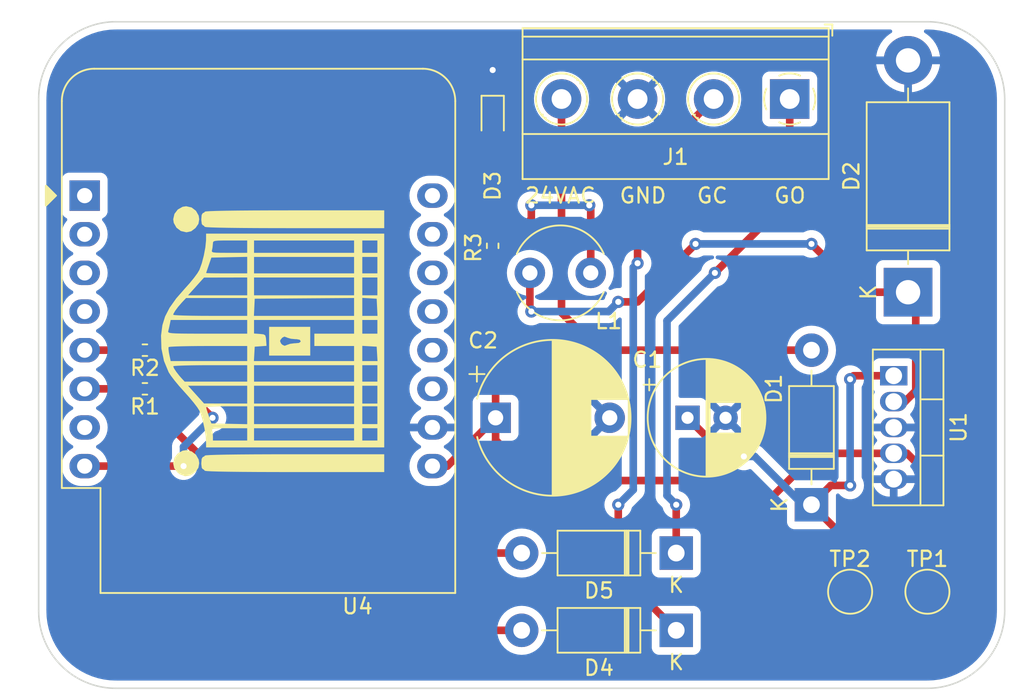
<source format=kicad_pcb>
(kicad_pcb (version 20211014) (generator pcbnew)
  (layers (0 "F.Cu" signal) (31 "B.Cu" signal) (34 "B.Paste" user) (35 "F.Paste" user) (36 "B.SilkS" user "B.Silkscreen") (37 "F.SilkS" user "F.Silkscreen") (38 "B.Mask" user) (39 "F.Mask" user) (44 "Edge.Cuts" user))
  (net 0 "")
  (net 1 "24v")
  (net 2 "GND")
  (net 3 "5v")
  (net 4 "AC")
  (net 5 "Net-(D2-Pad1)")
  (net 6 "Net-(D3-Pad2)")
  (net 7 "GO 5v")
  (net 8 "GC 5v")
  (net 9 "GC 3.3v")
  (net 10 "3.3v")
  (net 11 "GO 3.3v")
  (footprint "Inductor_THT:L_Radial_D6.0mm_P4.00mm" (layer "F.Cu") (at 107.22 72.39)
    (fp_text reference "L1" (at 5.175 3.175) (layer "F.SilkS"))
    (fp_text value "100uH")
    (pad "1" thru_hole circle (at 0 0) (size 2 2) (drill 1) (layers *.Cu *.Mask) (net 5 "Net-(D2-Pad1)"))
    (pad "2" thru_hole circle (at 4 0) (size 2 2) (drill 1) (layers *.Cu *.Mask) (net 3 "5v"))
  )
  (footprint "Capacitor_THT:CP_Radial_D10.0mm_P7.50mm" (layer "F.Cu") (at 104.967323 81.915)
    (fp_text reference "C2" (at -0.827323 -5.08) (layer "F.SilkS"))
    (fp_text value "1000uf")
    (pad "1" thru_hole rect (at 0 0) (size 2 2) (drill 1) (layers *.Cu *.Mask) (net 3 "5v"))
    (pad "2" thru_hole circle (at 7.5 0) (size 2 2) (drill 1) (layers *.Cu *.Mask) (net 2 "GND"))
  )
  (footprint "TerminalBlock_Phoenix:TerminalBlock_Phoenix_MKDS-1,5-4_1x04_P5.00mm_Horizontal" (layer "F.Cu") (at 124.3 60.96 180)
    (fp_text reference "J1" (at 7.5005 -3.81) (layer "F.SilkS"))
    (fp_text value "Screw_Terminal_01x04")
    (pad "1" thru_hole rect (at 0 0 180) (size 2.6 2.6) (drill 1.3) (layers *.Cu *.Mask) (net 7 "GO 5v"))
    (pad "2" thru_hole circle (at 5 0 180) (size 2.6 2.6) (drill 1.3) (layers *.Cu *.Mask) (net 8 "GC 5v"))
    (pad "3" thru_hole circle (at 10 0 180) (size 2.6 2.6) (drill 1.3) (layers *.Cu *.Mask) (net 2 "GND"))
    (pad "4" thru_hole circle (at 15 0 180) (size 2.6 2.6) (drill 1.3) (layers *.Cu *.Mask) (net 4 "AC"))
  )
  (footprint "TestPoint:TestPoint_Pad_D2.5mm" (layer "F.Cu") (at 128.27 93.345)
    (fp_text reference "TP2" (at 0 -2.148) (layer "F.SilkS"))
    (fp_text value "TestPoint")
    (pad "1" smd circle (at 0 0) (size 2.5 2.5) (layers "F.Cu" "F.Mask") (net 1 "24v"))
  )
  (footprint "Diode_THT:D_DO-41_SOD81_P10.16mm_Horizontal" (layer "F.Cu") (at 116.84 95.885 180)
    (fp_text reference "D4" (at 5.08 -2.47) (layer "F.SilkS"))
    (fp_text value "1N4007")
    (fp_text user "K" (at 0 -2.1) (layer "F.SilkS"))
    (pad "1" thru_hole rect (at 0 0 180) (size 2.2 2.2) (drill 1.1) (layers *.Cu *.Mask) (net 8 "GC 5v"))
    (pad "2" thru_hole oval (at 10.16 0 180) (size 2.2 2.2) (drill 1.1) (layers *.Cu *.Mask) (net 9 "GC 3.3v"))
  )
  (footprint "Diode_THT:D_DO-201AD_P15.24mm_Horizontal" (layer "F.Cu") (at 132.08 73.66 90)
    (fp_text reference "D2" (at 7.62 -3.72 90) (layer "F.SilkS"))
    (fp_text value "1N5822")
    (fp_text user "K" (at 0 -2.6 90) (layer "F.SilkS"))
    (pad "1" thru_hole rect (at 0 0 90) (size 3.2 3.2) (drill 1.6) (layers *.Cu *.Mask) (net 5 "Net-(D2-Pad1)"))
    (pad "2" thru_hole oval (at 15.24 0 90) (size 3.2 3.2) (drill 1.6) (layers *.Cu *.Mask) (net 2 "GND"))
  )
  (footprint "Diode_THT:D_DO-41_SOD81_P10.16mm_Horizontal" (layer "F.Cu") (at 116.84 90.805 180)
    (fp_text reference "D5" (at 5.08 -2.47) (layer "F.SilkS"))
    (fp_text value "1N4007")
    (fp_text user "K" (at 0 -2.1) (layer "F.SilkS"))
    (pad "1" thru_hole rect (at 0 0 180) (size 2.2 2.2) (drill 1.1) (layers *.Cu *.Mask) (net 7 "GO 5v"))
    (pad "2" thru_hole oval (at 10.16 0 180) (size 2.2 2.2) (drill 1.1) (layers *.Cu *.Mask) (net 11 "GO 3.3v"))
  )
  (footprint "Package_TO_SOT_THT:TO-220-5_Vertical" (layer "F.Cu") (at 131.135 79.15 -90)
    (fp_text reference "U1" (at 3.4 -4.27 90) (layer "F.SilkS"))
    (fp_text value "LM2576T-5")
    (pad "1" thru_hole rect (at 0 0 270) (size 1.275 1.8) (drill 1.1) (layers *.Cu *.Mask) (net 1 "24v"))
    (pad "2" thru_hole oval (at 1.7 0 270) (size 1.275 1.8) (drill 1.1) (layers *.Cu *.Mask) (net 5 "Net-(D2-Pad1)"))
    (pad "3" thru_hole oval (at 3.4 0 270) (size 1.275 1.8) (drill 1.1) (layers *.Cu *.Mask) (net 2 "GND"))
    (pad "4" thru_hole oval (at 5.1 0 270) (size 1.275 1.8) (drill 1.1) (layers *.Cu *.Mask) (net 3 "5v"))
    (pad "5" thru_hole oval (at 6.8 0 270) (size 1.275 1.8) (drill 1.1) (layers *.Cu *.Mask) (net 2 "GND"))
  )
  (footprint "Resistor_SMD:R_0402_1005Metric" (layer "F.Cu") (at 104.775 70.61 90)
    (fp_text reference "R3" (at -0.125 -1.27 90) (layer "F.SilkS"))
    (fp_text value "120 ohm")
    (pad "1" smd roundrect (at -0.51 0 90) (size 0.54 0.64) (layers "F.Cu" "F.Paste" "F.Mask") (net 3 "5v"))
    (pad "2" smd roundrect (at 0.51 0 90) (size 0.54 0.64) (layers "F.Cu" "F.Paste" "F.Mask") (net 6 "Net-(D3-Pad2)"))
  )
  (footprint "Resistor_SMD:R_0402_1005Metric" (layer "F.Cu") (at 81.915 77.47 180)
    (fp_text reference "R2" (at 0 -1.17) (layer "F.SilkS"))
    (fp_text value "1k")
    (pad "1" smd roundrect (at -0.51 0 180) (size 0.54 0.64) (layers "F.Cu" "F.Paste" "F.Mask") (net 10 "3.3v"))
    (pad "2" smd roundrect (at 0.51 0 180) (size 0.54 0.64) (layers "F.Cu" "F.Paste" "F.Mask") (net 11 "GO 3.3v"))
  )
  (footprint "Capacitor_THT:CP_Radial_D7.5mm_P2.50mm" (layer "F.Cu") (at 117.583606 81.915)
    (fp_text reference "C1" (at -2.648606 -3.81) (layer "F.SilkS"))
    (fp_text value "220uF")
    (pad "1" thru_hole rect (at 0 0) (size 1.6 1.6) (drill 0.8) (layers *.Cu *.Mask) (net 1 "24v"))
    (pad "2" thru_hole circle (at 2.5 0) (size 1.6 1.6) (drill 0.8) (layers *.Cu *.Mask) (net 2 "GND"))
  )
  (footprint "Diode_THT:D_DO-41_SOD81_P10.16mm_Horizontal" (layer "F.Cu") (at 125.73 87.63 90)
    (fp_text reference "D1" (at 7.62 -2.47 90) (layer "F.SilkS"))
    (fp_text value "1N4007")
    (fp_text user "K" (at 0 -2.1 90) (layer "F.SilkS"))
    (pad "1" thru_hole rect (at 0 0 90) (size 2.2 2.2) (drill 1.1) (layers *.Cu *.Mask) (net 1 "24v"))
    (pad "2" thru_hole oval (at 10.16 0 90) (size 2.2 2.2) (drill 1.1) (layers *.Cu *.Mask) (net 4 "AC"))
  )
  (footprint "LOGO" (layer "F.Cu") (at 90.17 76.835 90)
    (fp_text reference "G***")
    (fp_text value "LOGO" hide)
  )
  (footprint "Resistor_SMD:R_0402_1005Metric" (layer "F.Cu") (at 81.915 80.01 180)
    (fp_text reference "R1" (at 0 -1.17) (layer "F.SilkS"))
    (fp_text value "1k")
    (pad "1" smd roundrect (at -0.51 0 180) (size 0.54 0.64) (layers "F.Cu" "F.Paste" "F.Mask") (net 10 "3.3v"))
    (pad "2" smd roundrect (at 0.51 0 180) (size 0.54 0.64) (layers "F.Cu" "F.Paste" "F.Mask") (net 9 "GC 3.3v"))
  )
  (footprint "Module:WEMOS_D1_mini_light" (layer "F.Cu") (at 77.955 67.31)
    (fp_text reference "U4" (at 17.93 27) (layer "F.SilkS"))
    (fp_text value "WeMos_D1_mini")
    (pad "1" thru_hole rect (at 0 0) (size 2 2) (drill 1) (layers *.Cu *.Mask))
    (pad "2" thru_hole oval (at 0 2.54) (size 2 1.6) (drill 1) (layers *.Cu *.Mask))
    (pad "3" thru_hole oval (at 0 5.08) (size 2 1.6) (drill 1) (layers *.Cu *.Mask))
    (pad "4" thru_hole oval (at 0 7.62) (size 2 1.6) (drill 1) (layers *.Cu *.Mask))
    (pad "5" thru_hole oval (at 0 10.16) (size 2 1.6) (drill 1) (layers *.Cu *.Mask) (net 11 "GO 3.3v"))
    (pad "6" thru_hole oval (at 0 12.7) (size 2 1.6) (drill 1) (layers *.Cu *.Mask) (net 9 "GC 3.3v"))
    (pad "7" thru_hole oval (at 0 15.24) (size 2 1.6) (drill 1) (layers *.Cu *.Mask))
    (pad "8" thru_hole oval (at 0 17.78) (size 2 1.6) (drill 1) (layers *.Cu *.Mask) (net 10 "3.3v"))
    (pad "9" thru_hole oval (at 22.86 17.78) (size 2 1.6) (drill 1) (layers *.Cu *.Mask) (net 3 "5v"))
    (pad "10" thru_hole oval (at 22.86 15.24) (size 2 1.6) (drill 1) (layers *.Cu *.Mask) (net 2 "GND"))
    (pad "11" thru_hole oval (at 22.86 12.7) (size 2 1.6) (drill 1) (layers *.Cu *.Mask))
    (pad "12" thru_hole oval (at 22.86 10.16) (size 2 1.6) (drill 1) (layers *.Cu *.Mask))
    (pad "13" thru_hole oval (at 22.86 7.62) (size 2 1.6) (drill 1) (layers *.Cu *.Mask))
    (pad "14" thru_hole oval (at 22.86 5.08) (size 2 1.6) (drill 1) (layers *.Cu *.Mask))
    (pad "15" thru_hole oval (at 22.86 2.54) (size 2 1.6) (drill 1) (layers *.Cu *.Mask))
    (pad "16" thru_hole oval (at 22.86 0) (size 2 1.6) (drill 1) (layers *.Cu *.Mask))
  )
  (footprint "LED_SMD:LED_0603_1608Metric" (layer "F.Cu") (at 104.775 62.23 -90)
    (fp_text reference "D3" (at 4.445 0 90) (layer "F.SilkS"))
    (fp_text value "LED")
    (pad "1" smd roundrect (at -0.7875 0 270) (size 0.875 0.95) (layers "F.Cu" "F.Paste" "F.Mask") (net 2 "GND"))
    (pad "2" smd roundrect (at 0.7875 0 270) (size 0.875 0.95) (layers "F.Cu" "F.Paste" "F.Mask") (net 6 "Net-(D3-Pad2)"))
  )
  (footprint "TestPoint:TestPoint_Pad_D2.5mm" (layer "F.Cu") (at 133.35 93.345)
    (fp_text reference "TP1" (at 0 -2.148) (layer "F.SilkS"))
    (fp_text value "TestPoint")
    (pad "1" smd circle (at 0 0) (size 2.5 2.5) (layers "F.Cu" "F.Mask") (net 3 "5v"))
  )
  (gr_line (start 74.93 60.96) (end 74.93 94.615) (layer "Edge.Cuts") (width 0.1))
  (gr_arc (start 138.43 94.615) (mid 136.942102 98.207102) (end 133.35 99.695) (layer "Edge.Cuts") (width 0.1))
  (gr_arc (start 74.93 60.96) (mid 76.417898 57.367898) (end 80.01 55.88) (layer "Edge.Cuts") (width 0.1))
  (gr_line (start 133.35 55.88) (end 80.01 55.88) (layer "Edge.Cuts") (width 0.1))
  (gr_line (start 80.01 99.695) (end 133.35 99.695) (layer "Edge.Cuts") (width 0.1))
  (gr_arc (start 80.01 99.695) (mid 76.417898 98.207102) (end 74.93 94.615) (layer "Edge.Cuts") (width 0.1))
  (gr_line (start 138.43 94.615) (end 138.43 60.96) (layer "Edge.Cuts") (width 0.1))
  (gr_arc (start 133.35 55.88) (mid 136.942102 57.367898) (end 138.43 60.96) (layer "Edge.Cuts") (width 0.1))
  (gr_text "GC" (at 118.11 67.31) (layer "F.SilkS") (effects (font (size 1 1)) (justify left)))
  (gr_text "GO" (at 123.19 67.31) (layer "F.SilkS") (effects (font (size 1 1)) (justify left)))
  (gr_text "GND" (at 113.03 67.31) (layer "F.SilkS") (effects (font (size 1 1)) (justify left)))
  (gr_text "24VAC" (at 109.22 67.31) (layer "F.SilkS") (effects (font (size 1 1))))
  (segment (start 128.495 79.15) (end 131.135 79.15) (width 0.5) (layer "F.Cu") (net 1))
  (segment (start 120.123606 84.455) (end 121.285 84.455) (width 0.5) (layer "F.Cu") (net 1))
  (segment (start 125.73 87.63) (end 127 86.36) (width 0.5) (layer "F.Cu") (net 1))
  (segment (start 117.583606 81.915) (end 120.123606 84.455) (width 0.5) (layer "F.Cu") (net 1))
  (segment (start 128.27 93.345) (end 128.27 90.17) (width 0.5) (layer "F.Cu") (net 1))
  (segment (start 128.27 90.17) (end 125.73 87.63) (width 0.5) (layer "F.Cu") (net 1))
  (segment (start 127 86.36) (end 128.27 86.36) (width 0.5) (layer "F.Cu") (net 1))
  (segment (start 128.27 79.375) (end 128.495 79.15) (width 0.25) (layer "F.Cu") (net 1))
  (via (at 128.27 79.375) (size 0.8) (drill 0.4) (layers "F.Cu" "B.Cu") (net 1))
  (via (at 128.27 86.36) (size 0.8) (drill 0.4) (layers "F.Cu" "B.Cu") (net 1))
  (via (at 121.285 84.455) (size 0.8) (drill 0.4) (layers "F.Cu" "B.Cu") (net 1))
  (segment (start 121.992812 84.455) (end 125.167812 87.63) (width 0.5) (layer "B.Cu") (net 1))
  (segment (start 121.285 84.455) (end 121.992812 84.455) (width 0.5) (layer "B.Cu") (net 1))
  (segment (start 125.167812 87.63) (end 125.73 87.63) (width 0.5) (layer "B.Cu") (net 1))
  (segment (start 128.27 86.36) (end 128.27 79.375) (width 0.5) (layer "B.Cu") (net 1))
  (segment (start 104.775 61.4425) (end 104.775 59.055) (width 0.5) (layer "F.Cu") (net 2))
  (via (at 104.775 59.055) (size 0.8) (drill 0.4) (layers "F.Cu" "B.Cu") (net 2))
  (segment (start 101.792323 85.09) (end 104.967323 81.915) (width 0.5) (layer "F.Cu") (net 3))
  (segment (start 105.043057 71.12) (end 104.775 71.12) (width 0.5) (layer "F.Cu") (net 3))
  (segment (start 122.948301 87.309511) (end 120.053175 87.309511) (width 0.5) (layer "F.Cu") (net 3))
  (segment (start 132.01 84.25) (end 131.135 84.25) (width 0.5) (layer "F.Cu") (net 3))
  (segment (start 100.815 85.09) (end 101.792323 85.09) (width 0.5) (layer "F.Cu") (net 3))
  (segment (start 111.22 68.04) (end 111.125 67.945) (width 0.5) (layer "F.Cu") (net 3))
  (segment (start 107.629511 86.039511) (end 104.967323 83.377323) (width 0.5) (layer "F.Cu") (net 3))
  (segment (start 107.315 67.945) (end 107.315 68.848057) (width 0.5) (layer "F.Cu") (net 3))
  (segment (start 107.315 68.848057) (end 105.043057 71.12) (width 0.5) (layer "F.Cu") (net 3))
  (segment (start 133.35 93.345) (end 133.35 85.59) (width 0.5) (layer "F.Cu") (net 3))
  (segment (start 118.783175 86.039511) (end 107.629511 86.039511) (width 0.5) (layer "F.Cu") (net 3))
  (segment (start 104.967323 71.312323) (end 104.967323 81.915) (width 0.5) (layer "F.Cu") (net 3))
  (segment (start 131.135 84.25) (end 126.007812 84.25) (width 0.5) (layer "F.Cu") (net 3))
  (segment (start 104.775 71.12) (end 104.967323 71.312323) (width 0.5) (layer "F.Cu") (net 3))
  (segment (start 120.053175 87.309511) (end 118.783175 86.039511) (width 0.5) (layer "F.Cu") (net 3))
  (segment (start 111.22 72.39) (end 111.22 68.04) (width 0.5) (layer "F.Cu") (net 3))
  (segment (start 104.967323 83.377323) (end 104.967323 81.915) (width 0.5) (layer "F.Cu") (net 3))
  (segment (start 126.007812 84.25) (end 122.948301 87.309511) (width 0.5) (layer "F.Cu") (net 3))
  (segment (start 133.35 85.59) (end 132.01 84.25) (width 0.5) (layer "F.Cu") (net 3))
  (via (at 107.315 67.945) (size 0.8) (drill 0.4) (layers "F.Cu" "B.Cu") (net 3))
  (via (at 111.125 67.945) (size 0.8) (drill 0.4) (layers "F.Cu" "B.Cu") (net 3))
  (segment (start 111.125 67.945) (end 107.315 67.945) (width 0.5) (layer "B.Cu") (net 3))
  (segment (start 109.3 60.96) (end 109.3 75.01) (width 0.5) (layer "F.Cu") (net 4))
  (segment (start 109.3 75.01) (end 111.76 77.47) (width 0.5) (layer "F.Cu") (net 4))
  (segment (start 111.76 77.47) (end 125.73 77.47) (width 0.5) (layer "F.Cu") (net 4))
  (segment (start 132.08 73.66) (end 132.584511 74.164511) (width 0.5) (layer "F.Cu") (net 5))
  (segment (start 107.22 72.39) (end 107.22 74.835) (width 0.5) (layer "F.Cu") (net 5))
  (segment (start 131.875 80.85) (end 131.135 80.85) (width 0.5) (layer "F.Cu") (net 5))
  (segment (start 128.905 73.66) (end 132.08 73.66) (width 0.5) (layer "F.Cu") (net 5))
  (segment (start 132.584511 80.140489) (end 131.875 80.85) (width 0.5) (layer "F.Cu") (net 5))
  (segment (start 125.73 70.485) (end 128.905 73.66) (width 0.5) (layer "F.Cu") (net 5))
  (segment (start 132.584511 74.164511) (end 132.584511 80.140489) (width 0.5) (layer "F.Cu") (net 5))
  (segment (start 107.22 74.835) (end 107.315 74.93) (width 0.5) (layer "F.Cu") (net 5))
  (segment (start 114.3 74.295) (end 118.11 70.485) (width 0.5) (layer "F.Cu") (net 5))
  (segment (start 113.03 74.295) (end 114.3 74.295) (width 0.5) (layer "F.Cu") (net 5))
  (via (at 118.11 70.485) (size 0.8) (drill 0.4) (layers "F.Cu" "B.Cu") (net 5))
  (via (at 107.315 74.93) (size 0.8) (drill 0.4) (layers "F.Cu" "B.Cu") (net 5))
  (via (at 125.73 70.485) (size 0.8) (drill 0.4) (layers "F.Cu" "B.Cu") (net 5))
  (via (at 113.03 74.295) (size 0.8) (drill 0.4) (layers "F.Cu" "B.Cu") (net 5))
  (segment (start 118.11 70.485) (end 125.73 70.485) (width 0.5) (layer "B.Cu") (net 5))
  (segment (start 112.395 74.93) (end 113.03 74.295) (width 0.5) (layer "B.Cu") (net 5))
  (segment (start 107.315 74.93) (end 112.395 74.93) (width 0.5) (layer "B.Cu") (net 5))
  (segment (start 104.775 63.0175) (end 104.775 70.1) (width 0.5) (layer "F.Cu") (net 6))
  (segment (start 116.84 90.805) (end 116.84 87.63) (width 0.5) (layer "F.Cu") (net 7))
  (segment (start 124.3 67.47) (end 124.3 60.96) (width 0.5) (layer "F.Cu") (net 7))
  (segment (start 119.38 72.39) (end 124.3 67.47) (width 0.5) (layer "F.Cu") (net 7))
  (via (at 119.38 72.39) (size 0.8) (drill 0.4) (layers "F.Cu" "B.Cu") (net 7))
  (via (at 116.84 87.63) (size 0.8) (drill 0.4) (layers "F.Cu" "B.Cu") (net 7))
  (segment (start 116.234095 75.535905) (end 119.38 72.39) (width 0.5) (layer "B.Cu") (net 7))
  (segment (start 116.84 87.63) (end 116.234095 87.024095) (width 0.5) (layer "B.Cu") (net 7))
  (segment (start 116.234095 87.024095) (end 116.234095 75.535905) (width 0.5) (layer "B.Cu") (net 7))
  (segment (start 114.3 65.96) (end 119.3 60.96) (width 0.5) (layer "F.Cu") (net 8))
  (segment (start 114.3 71.755) (end 114.3 65.96) (width 0.5) (layer "F.Cu") (net 8))
  (segment (start 113.03 87.63) (end 113.03 92.075) (width 0.5) (layer "F.Cu") (net 8))
  (segment (start 113.03 92.075) (end 116.84 95.885) (width 0.5) (layer "F.Cu") (net 8))
  (via (at 113.03 87.63) (size 0.8) (drill 0.4) (layers "F.Cu" "B.Cu") (net 8))
  (via (at 114.3 71.755) (size 0.8) (drill 0.4) (layers "F.Cu" "B.Cu") (net 8))
  (segment (start 114.016834 72.038166) (end 114.3 71.755) (width 0.5) (layer "B.Cu") (net 8))
  (segment (start 114.016834 86.643166) (end 114.016834 72.038166) (width 0.5) (layer "B.Cu") (net 8))
  (segment (start 113.03 87.63) (end 114.016834 86.643166) (width 0.5) (layer "B.Cu") (net 8))
  (segment (start 97.011943 95.885) (end 81.405 80.278057) (width 0.5) (layer "F.Cu") (net 9))
  (segment (start 106.68 95.885) (end 97.011943 95.885) (width 0.5) (layer "F.Cu") (net 9))
  (segment (start 81.405 80.278057) (end 81.405 80.01) (width 0.5) (layer "F.Cu") (net 9))
  (segment (start 77.955 80.01) (end 81.405 80.01) (width 0.5) (layer "F.Cu") (net 9))
  (segment (start 84.455 80.01) (end 86.36 81.915) (width 0.5) (layer "F.Cu") (net 10))
  (segment (start 82.425 77.47) (end 82.425 80.01) (width 0.5) (layer "F.Cu") (net 10))
  (segment (start 82.425 80.01) (end 84.455 80.01) (width 0.5) (layer "F.Cu") (net 10))
  (segment (start 77.955 85.09) (end 84.455 85.09) (width 0.5) (layer "F.Cu") (net 10))
  (via (at 86.36 81.915) (size 0.8) (drill 0.4) (layers "F.Cu" "B.Cu") (net 10))
  (via (at 84.455 85.09) (size 0.8) (drill 0.4) (layers "F.Cu" "B.Cu") (net 10))
  (segment (start 84.455 83.82) (end 86.36 81.915) (width 0.5) (layer "B.Cu") (net 10))
  (segment (start 84.455 85.09) (end 84.455 83.82) (width 0.5) (layer "B.Cu") (net 10))
  (segment (start 82.006463 76.60048) (end 85.49048 76.60048) (width 0.5) (layer "F.Cu") (net 11))
  (segment (start 85.49048 76.60048) (end 99.695 90.805) (width 0.5) (layer "F.Cu") (net 11))
  (segment (start 99.695 90.805) (end 106.68 90.805) (width 0.5) (layer "F.Cu") (net 11))
  (segment (start 81.405 77.201943) (end 82.006463 76.60048) (width 0.5) (layer "F.Cu") (net 11))
  (segment (start 81.405 77.47) (end 81.405 77.201943) (width 0.5) (layer "F.Cu") (net 11))
  (segment (start 77.955 77.47) (end 81.405 77.47) (width 0.5) (layer "F.Cu") (net 11))
  (zone (net 2) (net_name "GND") (layer "B.Cu") (connect_pads (clearance 0.508)) (min_thickness 0.254) (fill yes (thermal_gap 0.508) (thermal_bridge_width 0.508))
    (polygon (pts (xy 139.065 55.245) (xy 139.7 100.33) (xy 72.39 100.33) (xy 72.39 55.245)))
  )
)
</source>
